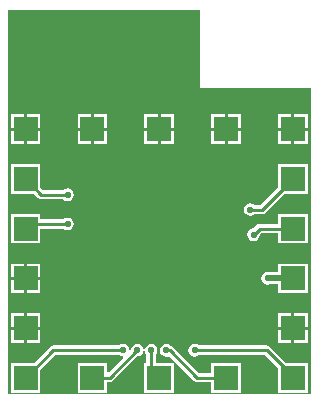
<source format=gbl>
%FSLAX25Y25*%
%MOIN*%
G70*
G01*
G75*
G04 Layer_Physical_Order=4*
G04 Layer_Color=16711680*
%ADD10C,0.01969*%
%ADD11R,0.04134X0.08661*%
%ADD12R,0.03937X0.04134*%
%ADD13R,0.05118X0.08071*%
%ADD14R,0.04724X0.02756*%
%ADD15R,0.04724X0.04724*%
%ADD16R,0.02756X0.04724*%
%ADD17R,0.09449X0.07480*%
%ADD18R,0.02362X0.01969*%
%ADD19R,0.01969X0.02362*%
%ADD20C,0.01000*%
%ADD21C,0.02200*%
%ADD22R,0.07874X0.07874*%
G36*
X337697Y358563D02*
X374902D01*
Y256594D01*
X273721D01*
Y384842D01*
X337697D01*
Y358563D01*
D02*
G37*
%LPC*%
G36*
X284661Y294764D02*
X280224D01*
Y290327D01*
X284661D01*
Y294764D01*
D02*
G37*
G36*
X279224Y300201D02*
X274787D01*
Y295764D01*
X279224D01*
Y300201D01*
D02*
G37*
G36*
X284661Y283622D02*
X280224D01*
Y279185D01*
X284661D01*
Y283622D01*
D02*
G37*
G36*
X279224Y294764D02*
X274787D01*
Y290327D01*
X279224D01*
Y294764D01*
D02*
G37*
G36*
X284661Y300201D02*
X280224D01*
Y295764D01*
X284661D01*
Y300201D01*
D02*
G37*
G36*
Y316779D02*
X274787D01*
Y306906D01*
X284661D01*
Y311856D01*
X292210D01*
X292881Y311408D01*
X293701Y311245D01*
X294520Y311408D01*
X295215Y311872D01*
X295679Y312566D01*
X295842Y313386D01*
X295679Y314205D01*
X295215Y314900D01*
X294520Y315364D01*
X293701Y315527D01*
X292881Y315364D01*
X292210Y314915D01*
X284661D01*
Y316779D01*
D02*
G37*
G36*
X373736Y333358D02*
X363862D01*
Y325647D01*
X357953Y319738D01*
X356117D01*
X355445Y320187D01*
X354626Y320350D01*
X353807Y320187D01*
X353112Y319723D01*
X352648Y319028D01*
X352485Y318209D01*
X352648Y317389D01*
X353112Y316695D01*
X353807Y316231D01*
X354626Y316068D01*
X355445Y316231D01*
X356117Y316679D01*
X358587D01*
X359172Y316796D01*
X359668Y317127D01*
X366025Y323484D01*
X373736D01*
Y333358D01*
D02*
G37*
G36*
Y300201D02*
X363862D01*
Y297299D01*
X361026D01*
X360433Y297417D01*
X359614Y297254D01*
X358919Y296790D01*
X358455Y296095D01*
X358292Y295276D01*
X358455Y294456D01*
X358919Y293762D01*
X359614Y293297D01*
X360433Y293134D01*
X361026Y293252D01*
X363862D01*
Y290327D01*
X373736D01*
Y300201D01*
D02*
G37*
G36*
Y316779D02*
X363862D01*
Y313372D01*
X357709D01*
X357221Y313275D01*
X357123Y313256D01*
X356627Y312924D01*
X355681Y311978D01*
X354889Y311821D01*
X354195Y311356D01*
X353731Y310662D01*
X353568Y309842D01*
X353731Y309023D01*
X354195Y308329D01*
X354889Y307864D01*
X355709Y307701D01*
X356528Y307864D01*
X357223Y308329D01*
X357687Y309023D01*
X357844Y309815D01*
X358342Y310313D01*
X363862D01*
Y306906D01*
X373736D01*
Y316779D01*
D02*
G37*
G36*
X279224Y283622D02*
X274787D01*
Y279185D01*
X279224D01*
Y283622D01*
D02*
G37*
G36*
X321541Y273499D02*
X320722Y273337D01*
X320027Y272872D01*
X319563Y272178D01*
X319493Y271826D01*
X318993D01*
X318923Y272178D01*
X318459Y272872D01*
X317764Y273337D01*
X316945Y273499D01*
X316125Y273337D01*
X315431Y272872D01*
X314967Y272178D01*
X314833Y271504D01*
X314407D01*
X314328Y271528D01*
X314199Y272178D01*
X313734Y272872D01*
X313040Y273337D01*
X312220Y273499D01*
X311401Y273337D01*
X310729Y272888D01*
X288976D01*
X288488Y272791D01*
X288391Y272771D01*
X287895Y272440D01*
X282499Y267043D01*
X274787D01*
Y257169D01*
X284661D01*
Y264880D01*
X289610Y269829D01*
X310729D01*
X311401Y269380D01*
X312051Y269251D01*
X312196Y268772D01*
X307392Y263968D01*
X306930Y264160D01*
Y267043D01*
X297056D01*
Y257169D01*
X306930D01*
Y260577D01*
X307693D01*
X308278Y260693D01*
X308774Y261025D01*
X316972Y269223D01*
X317764Y269380D01*
X318459Y269844D01*
X318923Y270539D01*
X318993Y270890D01*
X319493D01*
X319563Y270539D01*
X320011Y269867D01*
Y267043D01*
X319325D01*
Y257169D01*
X329199D01*
Y267043D01*
X323070D01*
Y269867D01*
X323519Y270539D01*
X323682Y271358D01*
X323519Y272178D01*
X323055Y272872D01*
X322360Y273337D01*
X321541Y273499D01*
D02*
G37*
G36*
X368299Y278185D02*
X363862D01*
Y273748D01*
X368299D01*
Y278185D01*
D02*
G37*
G36*
X326575Y273499D02*
X325755Y273337D01*
X325061Y272872D01*
X324597Y272178D01*
X324434Y271358D01*
X324597Y270539D01*
X325061Y269844D01*
X325755Y269380D01*
X326575Y269217D01*
X327394Y269380D01*
X327500Y269451D01*
X335926Y261025D01*
X336423Y260693D01*
X336520Y260674D01*
X337008Y260577D01*
X341594D01*
Y257169D01*
X351467D01*
Y267043D01*
X341594D01*
Y263636D01*
X337641D01*
X328837Y272440D01*
X328341Y272771D01*
X328128Y272814D01*
X328089Y272872D01*
X327394Y273337D01*
X326575Y273499D01*
D02*
G37*
G36*
X336024D02*
X335204Y273337D01*
X334510Y272872D01*
X334046Y272178D01*
X333882Y271358D01*
X334046Y270539D01*
X334510Y269844D01*
X335204Y269380D01*
X336024Y269217D01*
X336843Y269380D01*
X337515Y269829D01*
X359406D01*
X363862Y265373D01*
Y257169D01*
X373736D01*
Y267043D01*
X366517D01*
X361121Y272440D01*
X360625Y272771D01*
X360039Y272888D01*
X337515D01*
X336843Y273337D01*
X336024Y273499D01*
D02*
G37*
G36*
X373736Y278185D02*
X369299D01*
Y273748D01*
X373736D01*
Y278185D01*
D02*
G37*
G36*
X368299Y283622D02*
X363862D01*
Y279185D01*
X368299D01*
Y283622D01*
D02*
G37*
G36*
X373736D02*
X369299D01*
Y279185D01*
X373736D01*
Y283622D01*
D02*
G37*
G36*
X279224Y278185D02*
X274787D01*
Y273748D01*
X279224D01*
Y278185D01*
D02*
G37*
G36*
X284661D02*
X280224D01*
Y273748D01*
X284661D01*
Y278185D01*
D02*
G37*
G36*
Y333358D02*
X274787D01*
Y323484D01*
X282499D01*
X283934Y322048D01*
X284431Y321717D01*
X284528Y321698D01*
X285016Y321601D01*
X292210D01*
X292881Y321152D01*
X293701Y320989D01*
X294520Y321152D01*
X295215Y321616D01*
X295679Y322310D01*
X295842Y323130D01*
X295679Y323949D01*
X295215Y324644D01*
X294520Y325108D01*
X293701Y325271D01*
X292881Y325108D01*
X292210Y324659D01*
X285649D01*
X284661Y325647D01*
Y333358D01*
D02*
G37*
G36*
X373736Y349937D02*
X369299D01*
Y345500D01*
X373736D01*
Y349937D01*
D02*
G37*
G36*
X279224Y349937D02*
X274787D01*
Y345500D01*
X279224D01*
Y349937D01*
D02*
G37*
G36*
X368299Y349937D02*
X363862D01*
Y345500D01*
X368299D01*
Y349937D01*
D02*
G37*
G36*
X346030Y349917D02*
X341594D01*
Y345480D01*
X346030D01*
Y349917D01*
D02*
G37*
G36*
X351467D02*
X347030D01*
Y345480D01*
X351467D01*
Y349917D01*
D02*
G37*
G36*
X323762Y349937D02*
X319325D01*
Y345500D01*
X323762D01*
Y349937D01*
D02*
G37*
G36*
X329199D02*
X324762D01*
Y345500D01*
X329199D01*
Y349937D01*
D02*
G37*
G36*
X306930D02*
X302493D01*
Y345500D01*
X306930D01*
Y349937D01*
D02*
G37*
G36*
X284661D02*
X280224D01*
Y345500D01*
X284661D01*
Y349937D01*
D02*
G37*
G36*
X301493D02*
X297056D01*
Y345500D01*
X301493D01*
Y349937D01*
D02*
G37*
G36*
X373736Y344500D02*
X369299D01*
Y340063D01*
X373736D01*
Y344500D01*
D02*
G37*
G36*
X279224Y344500D02*
X274787D01*
Y340063D01*
X279224D01*
Y344500D01*
D02*
G37*
G36*
X368299Y344500D02*
X363862D01*
Y340063D01*
X368299D01*
Y344500D01*
D02*
G37*
G36*
X346030Y344480D02*
X341594D01*
Y340043D01*
X346030D01*
Y344480D01*
D02*
G37*
G36*
X351467D02*
X347030D01*
Y340043D01*
X351467D01*
Y344480D01*
D02*
G37*
G36*
X323762Y344500D02*
X319325D01*
Y340063D01*
X323762D01*
Y344500D01*
D02*
G37*
G36*
X329199D02*
X324762D01*
Y340063D01*
X329199D01*
Y344500D01*
D02*
G37*
G36*
X306930D02*
X302493D01*
Y340063D01*
X306930D01*
Y344500D01*
D02*
G37*
G36*
X284661D02*
X280224D01*
Y340063D01*
X284661D01*
Y344500D01*
D02*
G37*
G36*
X301493D02*
X297056D01*
Y340063D01*
X301493D01*
Y344500D01*
D02*
G37*
%LPD*%
D10*
X360433Y295276D02*
X368787D01*
D20*
X357709Y311842D02*
X368799D01*
X355709Y309842D02*
X357709Y311842D01*
X360039Y271358D02*
X368799Y262598D01*
X336024Y271358D02*
X360039D01*
X337008Y262106D02*
X346531D01*
X327756Y271358D02*
X337008Y262106D01*
X326575Y271358D02*
X327756D01*
X321541Y264827D02*
X324262Y262106D01*
X321541Y264827D02*
Y271358D01*
X301993Y262106D02*
X307693D01*
X316945Y271358D01*
X279724Y262106D02*
X288976Y271358D01*
X312220D01*
X279724Y311842D02*
X281268Y313386D01*
X293701D01*
X279724Y328421D02*
X285016Y323130D01*
X293701D01*
X358587Y318209D02*
X368799Y328421D01*
X354626Y318209D02*
X358587D01*
D21*
X323917Y351969D02*
D03*
X330315Y365453D02*
D03*
X306988Y380413D02*
D03*
X369882Y270177D02*
D03*
X280020Y336417D02*
D03*
X368209Y303543D02*
D03*
X369980Y319783D02*
D03*
X367421Y287008D02*
D03*
X276870Y269488D02*
D03*
X278150Y286910D02*
D03*
X279134Y303150D02*
D03*
X280020Y319783D02*
D03*
X307579Y285138D02*
D03*
X307087Y299606D02*
D03*
X307382Y313386D02*
D03*
X324606Y328051D02*
D03*
X340158Y328642D02*
D03*
Y314075D02*
D03*
Y298917D02*
D03*
X340748Y284547D02*
D03*
X323425Y283661D02*
D03*
X323622Y299803D02*
D03*
X323917Y313386D02*
D03*
X368307Y336516D02*
D03*
X357382Y325787D02*
D03*
X355709Y309842D02*
D03*
X360433Y295276D02*
D03*
X355413Y275984D02*
D03*
X355118Y266634D02*
D03*
X359252Y259547D02*
D03*
X333268Y259350D02*
D03*
X314961Y261024D02*
D03*
X291142Y261614D02*
D03*
X288189Y276279D02*
D03*
X291634Y285531D02*
D03*
X288189Y295965D02*
D03*
X292028Y306201D02*
D03*
X298622Y380807D02*
D03*
X301181Y371850D02*
D03*
X326969Y359252D02*
D03*
X357874Y346358D02*
D03*
X335630Y344390D02*
D03*
X291240Y333366D02*
D03*
X291437Y344980D02*
D03*
X287008Y381398D02*
D03*
X279724Y355807D02*
D03*
X334744Y382579D02*
D03*
X354626Y318209D02*
D03*
X284941Y374705D02*
D03*
X372146Y355118D02*
D03*
X366847D02*
D03*
X361549D02*
D03*
X356250D02*
D03*
X350952D02*
D03*
X345653D02*
D03*
X340354D02*
D03*
X335827Y356594D02*
D03*
X335138Y361024D02*
D03*
X335039Y365354D02*
D03*
X327854Y369488D02*
D03*
X321457Y365748D02*
D03*
X317126Y369291D02*
D03*
X316339Y365158D02*
D03*
Y360335D02*
D03*
Y355512D02*
D03*
X316240Y350590D02*
D03*
Y345571D02*
D03*
X316142Y340453D02*
D03*
X316634Y329626D02*
D03*
X312303Y329724D02*
D03*
X307972Y329626D02*
D03*
X334646Y377854D02*
D03*
X330020Y377953D02*
D03*
X324902D02*
D03*
X319193D02*
D03*
X313878Y377461D02*
D03*
X310039Y374508D02*
D03*
X307972Y369783D02*
D03*
Y364469D02*
D03*
X302854Y364370D02*
D03*
X297441D02*
D03*
X292717Y367323D02*
D03*
X289469Y374803D02*
D03*
X281988Y367224D02*
D03*
X283760Y361319D02*
D03*
X287205Y357382D02*
D03*
X292618Y355906D02*
D03*
X298622D02*
D03*
X303642Y356004D02*
D03*
X308071Y355610D02*
D03*
X308366Y350590D02*
D03*
X308268Y345571D02*
D03*
Y340453D02*
D03*
X312220Y271358D02*
D03*
X316945D02*
D03*
X321541D02*
D03*
X326575D02*
D03*
X336024D02*
D03*
X293701Y313386D02*
D03*
Y323130D02*
D03*
D22*
X346531Y262106D02*
D03*
X346531Y344980D02*
D03*
X368799Y295264D02*
D03*
X279724Y278685D02*
D03*
Y295264D02*
D03*
X368799Y278685D02*
D03*
X279724Y345000D02*
D03*
X301993D02*
D03*
X324262D02*
D03*
X368799Y345000D02*
D03*
X368799Y328421D02*
D03*
Y311842D02*
D03*
Y262106D02*
D03*
X324262D02*
D03*
X301993D02*
D03*
X279724D02*
D03*
Y311842D02*
D03*
Y328421D02*
D03*
M02*

</source>
